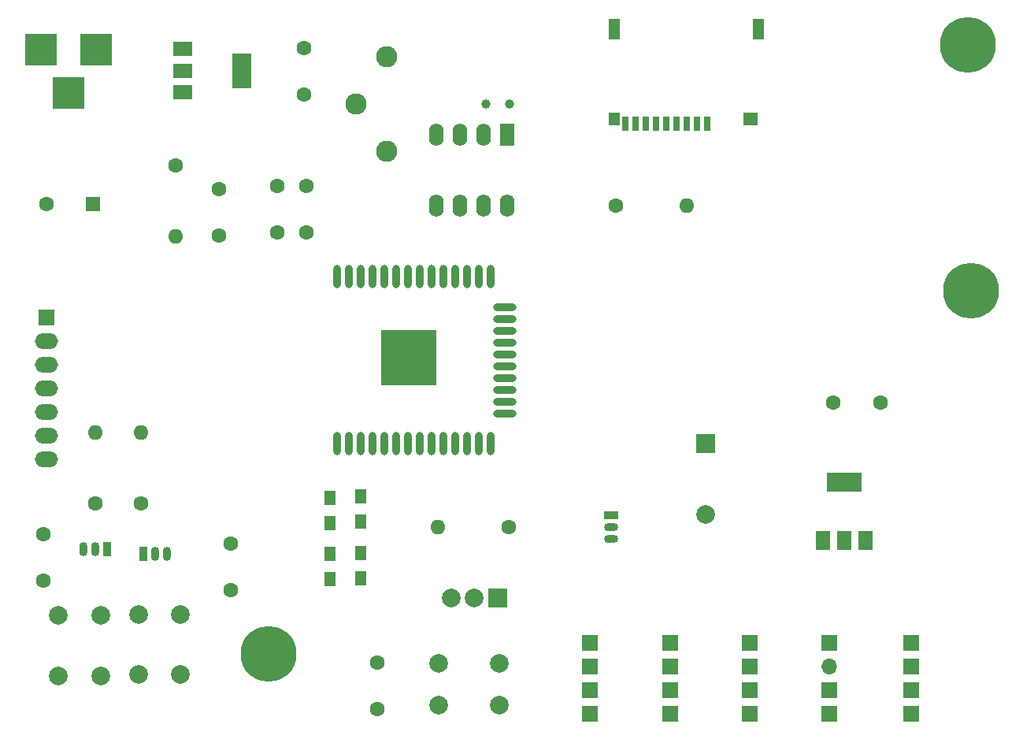
<source format=gbr>
G04 #@! TF.FileFunction,Soldermask,Bot*
%FSLAX46Y46*%
G04 Gerber Fmt 4.6, Leading zero omitted, Abs format (unit mm)*
G04 Created by KiCad (PCBNEW 4.0.7) date Sat Feb 17 21:33:09 2018*
%MOMM*%
%LPD*%
G01*
G04 APERTURE LIST*
%ADD10C,0.150000*%
%ADD11C,5.999480*%
%ADD12C,2.290000*%
%ADD13R,2.000000X2.000000*%
%ADD14C,2.000000*%
%ADD15C,1.600000*%
%ADD16R,1.600000X1.600000*%
%ADD17R,1.300000X1.500000*%
%ADD18R,1.700000X1.700000*%
%ADD19O,2.500000X1.700000*%
%ADD20R,3.500000X3.500000*%
%ADD21O,1.700000X1.700000*%
%ADD22R,1.200000X2.200000*%
%ADD23R,1.600000X1.400000*%
%ADD24R,1.200000X1.400000*%
%ADD25R,0.700000X1.600000*%
%ADD26O,0.900000X1.500000*%
%ADD27R,0.900000X1.500000*%
%ADD28O,1.500000X0.900000*%
%ADD29R,1.500000X0.900000*%
%ADD30O,1.600000X1.600000*%
%ADD31R,3.800000X2.000000*%
%ADD32R,1.500000X2.000000*%
%ADD33R,2.000000X3.800000*%
%ADD34R,2.000000X1.500000*%
%ADD35R,1.600000X2.400000*%
%ADD36O,1.600000X2.400000*%
%ADD37O,0.900000X2.500000*%
%ADD38O,2.500000X0.900000*%
%ADD39R,6.000000X6.000000*%
%ADD40C,1.000000*%
G04 APERTURE END LIST*
D10*
D11*
X143192500Y-65786000D03*
X142875000Y-39433500D03*
D12*
X80327500Y-50863500D03*
X80327500Y-40703500D03*
X77027500Y-45783500D03*
D13*
X114681000Y-82232500D03*
D14*
X114681000Y-89832500D03*
D15*
X43434000Y-91948000D03*
X43434000Y-96948000D03*
X63627000Y-92964000D03*
X63627000Y-97964000D03*
D16*
X48768000Y-56515000D03*
D15*
X43768000Y-56515000D03*
X71501000Y-39751000D03*
X71501000Y-44751000D03*
X128397000Y-77851000D03*
X133397000Y-77851000D03*
X79311500Y-110744000D03*
X79311500Y-105744000D03*
X62293500Y-59880500D03*
X62293500Y-54880500D03*
X68580000Y-59563000D03*
X68580000Y-54563000D03*
X71755000Y-59563000D03*
X71755000Y-54563000D03*
D17*
X74295000Y-96790500D03*
X74295000Y-94090500D03*
X77597000Y-96727000D03*
X77597000Y-94027000D03*
D18*
X43751500Y-68707000D03*
D19*
X43751500Y-71247000D03*
X43751500Y-73787000D03*
X43751500Y-76327000D03*
X43751500Y-78867000D03*
X43751500Y-81407000D03*
X43751500Y-83947000D03*
D20*
X49149000Y-39878000D03*
X43149000Y-39878000D03*
X46149000Y-44578000D03*
D13*
X92329000Y-98806000D03*
D14*
X89789000Y-98806000D03*
X87289000Y-98806000D03*
D18*
X136779000Y-103632000D03*
X136779000Y-106172000D03*
X136779000Y-108712000D03*
X136779000Y-111252000D03*
X127952500Y-103632000D03*
D21*
X127952500Y-106172000D03*
D18*
X127952500Y-108712000D03*
X127952500Y-111252000D03*
X119380000Y-103632000D03*
X119380000Y-106172000D03*
X119380000Y-108712000D03*
X119380000Y-111252000D03*
X102235000Y-103632000D03*
X102235000Y-106172000D03*
X102235000Y-108712000D03*
X102235000Y-111252000D03*
X110871000Y-103632000D03*
X110871000Y-106172000D03*
X110871000Y-108712000D03*
X110871000Y-111252000D03*
D22*
X120335500Y-37738000D03*
X104835500Y-37738000D03*
D23*
X119435500Y-47338000D03*
D24*
X104835500Y-47338000D03*
D25*
X105985500Y-47838000D03*
X108185500Y-47838000D03*
X107085500Y-47838000D03*
X109285500Y-47838000D03*
X110385500Y-47838000D03*
X111485500Y-47838000D03*
X114785500Y-47838000D03*
X113685500Y-47838000D03*
X112585500Y-47838000D03*
D26*
X49022000Y-93599000D03*
X47752000Y-93599000D03*
D27*
X50292000Y-93599000D03*
D26*
X55499000Y-94107000D03*
X56769000Y-94107000D03*
D27*
X54229000Y-94107000D03*
D28*
X104521000Y-91249500D03*
X104521000Y-92519500D03*
D29*
X104521000Y-89979500D03*
D15*
X49022000Y-88709500D03*
D30*
X49022000Y-81089500D03*
D15*
X53911500Y-88709500D03*
D30*
X53911500Y-81089500D03*
D15*
X57658000Y-52387500D03*
D30*
X57658000Y-60007500D03*
D15*
X105029000Y-56642000D03*
D30*
X112649000Y-56642000D03*
D15*
X93472000Y-91249500D03*
D30*
X85852000Y-91249500D03*
D17*
X74295000Y-90758000D03*
X74295000Y-88058000D03*
X77597000Y-90631000D03*
X77597000Y-87931000D03*
D14*
X49585000Y-107188000D03*
X45085000Y-107188000D03*
X49585000Y-100688000D03*
X45085000Y-100688000D03*
X53666000Y-100584000D03*
X58166000Y-100584000D03*
X53666000Y-107084000D03*
X58166000Y-107084000D03*
X92456000Y-105863000D03*
X92456000Y-110363000D03*
X85956000Y-105863000D03*
X85956000Y-110363000D03*
D31*
X129540000Y-86385000D03*
D32*
X129540000Y-92685000D03*
X127240000Y-92685000D03*
X131840000Y-92685000D03*
D33*
X64745000Y-42164000D03*
D34*
X58445000Y-42164000D03*
X58445000Y-39864000D03*
X58445000Y-44464000D03*
D35*
X93345000Y-49022000D03*
D36*
X85725000Y-56642000D03*
X90805000Y-49022000D03*
X88265000Y-56642000D03*
X88265000Y-49022000D03*
X90805000Y-56642000D03*
X85725000Y-49022000D03*
X93345000Y-56642000D03*
D37*
X75014000Y-82279000D03*
X76284000Y-82279000D03*
X77554000Y-82279000D03*
X78824000Y-82279000D03*
X80094000Y-82279000D03*
X81364000Y-82279000D03*
X82634000Y-82279000D03*
X83904000Y-82279000D03*
X85174000Y-82279000D03*
X86444000Y-82279000D03*
X87714000Y-82279000D03*
X88984000Y-82279000D03*
X90254000Y-82279000D03*
X91524000Y-82279000D03*
D38*
X93014000Y-78994000D03*
X93014000Y-77724000D03*
X93014000Y-76454000D03*
X93014000Y-75184000D03*
X93014000Y-73914000D03*
X93014000Y-72644000D03*
X93014000Y-71374000D03*
X93014000Y-70104000D03*
X93014000Y-68834000D03*
X93014000Y-67564000D03*
D37*
X91524000Y-64279000D03*
X90254000Y-64279000D03*
X88984000Y-64279000D03*
X87714000Y-64279000D03*
X86444000Y-64279000D03*
X85174000Y-64279000D03*
X83904000Y-64279000D03*
X82634000Y-64279000D03*
X81364000Y-64279000D03*
X80094000Y-64279000D03*
X78824000Y-64279000D03*
X77554000Y-64279000D03*
X76284000Y-64279000D03*
X75014000Y-64279000D03*
D39*
X82714000Y-72979000D03*
D40*
X93535500Y-45720000D03*
X90995500Y-45720000D03*
D11*
X67691000Y-104838500D03*
M02*

</source>
